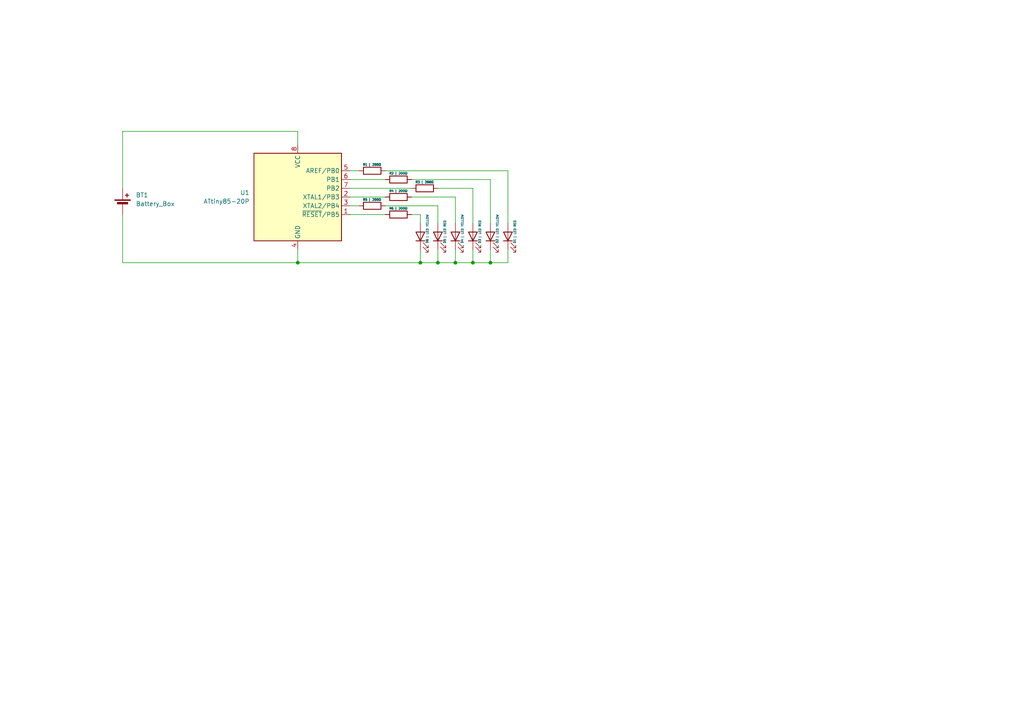
<source format=kicad_sch>
(kicad_sch (version 20250114) (generator "eeschema") (generator_version "9.0")
  (paper "A4")
  (lib_symbols
    (symbol "Device:Battery_Cell" (pin_numbers (hide yes)) (pin_names (offset 0) (hide yes))
      (property "Reference" "BT" (at 2.54 2.54 0))
      (property "Value" "Battery_Cell" (at 2.54 0 0))
      (symbol "Battery_Cell_0_1"
        (rectangle (start -2.286 1.778) (end 2.286 1.524) (fill (type outline)))
        (rectangle (start -1.524 1.016) (end 1.524 0.508) (fill (type outline)))
        (polyline (pts (xy 0 1.778) (xy 0 2.54)))
        (polyline (pts (xy 0 0.762) (xy 0 0)))
        (polyline (pts (xy 0.762 3.048) (xy 1.778 3.048)) (stroke (width 0.254)))
        (polyline (pts (xy 1.27 3.556) (xy 1.27 2.54)) (stroke (width 0.254)))
      )
      (symbol "Battery_Cell_1_1"
        (pin passive line (at 0 5.08 270) (length 2.54) (name "+") (number "1"))
        (pin passive line (at 0 -2.54 90) (length 2.54) (name "-") (number "2"))
      )
    )
    (symbol "Device:LED" (pin_numbers (hide yes)) (pin_names (offset 1.016) (hide yes))
      (property "Reference" "D" (at 0 2.54 0))
      (property "Value" "LED" (at 0 -2.54 0))
      (symbol "LED_0_1"
        (polyline (pts (xy -3.048 -0.762) (xy -4.572 -2.286) (xy -3.81 -2.286) (xy -4.572 -2.286) (xy -4.572 -1.524)))
        (polyline (pts (xy -1.778 -0.762) (xy -3.302 -2.286) (xy -2.54 -2.286) (xy -3.302 -2.286) (xy -3.302 -1.524)))
        (polyline (pts (xy -1.27 0) (xy 1.27 0)))
        (polyline (pts (xy -1.27 -1.27) (xy -1.27 1.27)) (stroke (width 0.254)))
        (polyline (pts (xy 1.27 -1.27) (xy 1.27 1.27) (xy -1.27 0) (xy 1.27 -1.27)) (stroke (width 0.254)))
      )
      (symbol "LED_1_1"
        (pin passive line (at -3.81 0 0) (length 2.54) (name "K") (number "1"))
        (pin passive line (at 3.81 0 180) (length 2.54) (name "A") (number "2"))
      )
    )
    (symbol "Device:R" (pin_numbers (hide yes)) (pin_names (offset 0))
      (property "Reference" "R" (at 2.032 0 90))
      (property "Value" "R" (at 0 0 90))
      (symbol "R_0_1"
        (rectangle (start -1.016 -2.54) (end 1.016 2.54) (stroke (width 0.254)))
      )
      (symbol "R_1_1"
        (pin passive line (at 0 3.81 270) (length 1.27) (name "~") (number "1"))
        (pin passive line (at 0 -3.81 90) (length 1.27) (name "~") (number "2"))
      )
    )
    (symbol "MCU_Microchip_ATtiny:ATtiny85-20P"
      (property "Reference" "U" (at -12.7 13.97 0))
      (property "Value" "ATtiny85-20P" (at 2.54 -13.97 0))
      (symbol "ATtiny85-20P_0_1"
        (rectangle (start -12.7 -12.7) (end 12.7 12.7) (stroke (width 0.254)) (fill (type background)))
      )
      (symbol "ATtiny85-20P_1_1"
        (pin power_in line (at 0 15.24 270) (length 2.54) (name "VCC") (number "8"))
        (pin power_in line (at 0 -15.24 90) (length 2.54) (name "GND") (number "4"))
        (pin bidirectional line (at 15.24 7.62 180) (length 2.54) (name "AREF/PB0") (number "5"))
        (pin bidirectional line (at 15.24 5.08 180) (length 2.54) (name "PB1") (number "6"))
        (pin bidirectional line (at 15.24 2.54 180) (length 2.54) (name "PB2") (number "7"))
        (pin bidirectional line (at 15.24 0 180) (length 2.54) (name "XTAL1/PB3") (number "2"))
        (pin bidirectional line (at 15.24 -2.54 180) (length 2.54) (name "XTAL2/PB4") (number "3"))
        (pin bidirectional line (at 15.24 -5.08 180) (length 2.54) (name "~{RESET}/PB5") (number "1"))
      )
    )
  )
  (junction (at 86.36 76.2))
  (junction (at 121.92 76.2))
  (junction (at 142.24 76.2))
  (junction (at 127 76.2))
  (junction (at 137.16 76.2))
  (junction (at 132.08 76.2))
  (wire (pts (xy 127 76.2) (xy 121.92 76.2)))
  (wire (pts (xy 119.38 57.15) (xy 132.08 57.15)))
  (wire (pts (xy 86.36 72.39) (xy 86.36 76.2)))
  (wire (pts (xy 132.08 72.39) (xy 132.08 76.2)))
  (wire (pts (xy 147.32 72.39) (xy 147.32 76.2)))
  (wire (pts (xy 147.32 49.53) (xy 147.32 64.77)))
  (wire (pts (xy 101.6 57.15) (xy 111.76 57.15)))
  (wire (pts (xy 111.76 49.53) (xy 147.32 49.53)))
  (wire (pts (xy 101.6 62.23) (xy 111.76 62.23)))
  (wire (pts (xy 101.6 52.07) (xy 111.76 52.07)))
  (wire (pts (xy 111.76 59.69) (xy 127 59.69)))
  (wire (pts (xy 142.24 76.2) (xy 137.16 76.2)))
  (wire (pts (xy 121.92 72.39) (xy 121.92 76.2)))
  (wire (pts (xy 127 54.61) (xy 137.16 54.61)))
  (wire (pts (xy 147.32 76.2) (xy 142.24 76.2)))
  (wire (pts (xy 86.36 38.1) (xy 86.36 41.91)))
  (wire (pts (xy 101.6 54.61) (xy 119.38 54.61)))
  (wire (pts (xy 137.16 76.2) (xy 132.08 76.2)))
  (wire (pts (xy 132.08 57.15) (xy 132.08 64.77)))
  (wire (pts (xy 127 59.69) (xy 127 64.77)))
  (wire (pts (xy 121.92 76.2) (xy 86.36 76.2)))
  (wire (pts (xy 35.56 38.1) (xy 86.36 38.1)))
  (wire (pts (xy 121.92 62.23) (xy 121.92 64.77)))
  (wire (pts (xy 137.16 72.39) (xy 137.16 76.2)))
  (wire (pts (xy 119.38 62.23) (xy 121.92 62.23)))
  (wire (pts (xy 35.56 62.23) (xy 35.56 76.2)))
  (wire (pts (xy 132.08 76.2) (xy 127 76.2)))
  (wire (pts (xy 35.56 54.61) (xy 35.56 38.1)))
  (wire (pts (xy 137.16 54.61) (xy 137.16 64.77)))
  (wire (pts (xy 101.6 59.69) (xy 104.14 59.69)))
  (wire (pts (xy 127 72.39) (xy 127 76.2)))
  (wire (pts (xy 35.56 76.2) (xy 86.36 76.2)))
  (wire (pts (xy 142.24 52.07) (xy 142.24 64.77)))
  (wire (pts (xy 101.6 49.53) (xy 104.14 49.53)))
  (wire (pts (xy 142.24 72.39) (xy 142.24 76.2)))
  (wire (pts (xy 119.38 52.07) (xy 142.24 52.07)))
  (symbol (lib_id "MCU_Microchip_ATtiny:ATtiny85-20P") (at 86.36 57.15 0) (unit 1)
    (property "Reference" "U1" (at 72.39 55.8799 0) (effects (justify right)))
    (property "Value" "ATtiny85-20P" (at 72.39 58.4199 0) (effects (justify right)))
    (property "Footprint" "Package_DIP:DIP-8_W7.62mm" (effects (hide yes)))
    (property "Datasheet" "http://ww1.microchip.com/downloads/en/DeviceDoc/atmel-2586-avr-8-bit-microcontroller-attiny25-attiny45-attiny85_datasheet.pdf" (effects (hide yes)))
    (property "Description" "20MHz, 8kB Flash, 512B SRAM, 512B EEPROM, debugWIRE, DIP-8" (effects (hide yes)))
  )
  (symbol (lib_id "Device:LED") (at 137.16 68.58 90) (unit 1)
    (property "Reference" "D3" (at 139.1285 70.612 0) (effects (font (size 0.635 0.635)) (justify left)))
    (property "Value" "| LED RED" (at 139.192 69.088 0) (effects (font (size 0.635 0.635)) (justify left)))
    (property "Footprint" "LED_THT:LED_D3.0mm" (effects (hide yes)))
    (property "Description" "Light emitting diode" (effects (hide yes)))
    (property "Sim.Pins" "1=K 2=A" (effects (hide yes)))
  )
  (symbol (lib_id "Device:LED") (at 121.92 68.58 90) (unit 1)
    (property "Reference" "D6" (at 123.8885 70.612 0) (effects (font (size 0.635 0.635)) (justify left)))
    (property "Value" "| LED YELLOW" (at 123.952 69.088 0) (effects (font (size 0.635 0.635)) (justify left)))
    (property "Footprint" "LED_THT:LED_D3.0mm" (effects (hide yes)))
    (property "Description" "Light emitting diode" (effects (hide yes)))
    (property "Sim.Pins" "1=K 2=A" (effects (hide yes)))
  )
  (symbol (lib_id "Device:LED") (at 142.24 68.58 90) (unit 1)
    (property "Reference" "D2" (at 144.2085 70.612 0) (effects (font (size 0.635 0.635)) (justify left)))
    (property "Value" "| LED YELLOW" (at 144.272 69.088 0) (effects (font (size 0.635 0.635)) (justify left)))
    (property "Footprint" "LED_THT:LED_D3.0mm" (effects (hide yes)))
    (property "Description" "Light emitting diode" (effects (hide yes)))
    (property "Sim.Pins" "1=K 2=A" (effects (hide yes)))
  )
  (symbol (lib_id "Device:Battery_Cell") (at 35.56 59.69 0) (unit 1)
    (property "Reference" "BT1" (at 39.37 56.5784 0) (effects (justify left)))
    (property "Value" "Battery_Box" (at 39.37 59.1184 0) (effects (justify left)))
    (property "Footprint" "Connector_PinHeader_2.54mm:PinHeader_1x02_P2.54mm_Vertical" (effects (hide yes)))
    (property "Description" "Single-cell battery" (effects (hide yes)))
    (property "Sim.Library" "./" (effects (hide yes)))
    (property "Sim.Name" "<unknown>" (effects (hide yes)))
  )
  (symbol (lib_id "Device:R") (at 115.57 62.23 90) (unit 1)
    (property "Reference" "R6" (at 113.538 60.452 90) (effects (font (size 0.635 0.635))))
    (property "Value" "| 200Ω" (at 116.332 60.452 90) (effects (font (size 0.635 0.635))))
    (property "Footprint" "Resistor_THT:R_Axial_DIN0207_L6.3mm_D2.5mm_P7.62mm_Horizontal" (effects (hide yes)))
    (property "Description" "Resistor" (effects (hide yes)))
  )
  (symbol (lib_id "Device:LED") (at 127 68.58 90) (unit 1)
    (property "Reference" "D5" (at 128.9685 70.612 0) (effects (font (size 0.635 0.635)) (justify left)))
    (property "Value" "| LED RED" (at 129.032 69.088 0) (effects (font (size 0.635 0.635)) (justify left)))
    (property "Footprint" "LED_THT:LED_D3.0mm" (effects (hide yes)))
    (property "Description" "Light emitting diode" (effects (hide yes)))
    (property "Sim.Pins" "1=K 2=A" (effects (hide yes)))
  )
  (symbol (lib_id "Device:R") (at 115.57 57.15 90) (unit 1)
    (property "Reference" "R4" (at 113.538 55.372 90) (effects (font (size 0.635 0.635))))
    (property "Value" "| 200Ω" (at 116.332 55.372 90) (effects (font (size 0.635 0.635))))
    (property "Footprint" "Resistor_THT:R_Axial_DIN0207_L6.3mm_D2.5mm_P7.62mm_Horizontal" (effects (hide yes)))
    (property "Description" "Resistor" (effects (hide yes)))
  )
  (symbol (lib_id "Device:R") (at 115.57 52.07 90) (unit 1)
    (property "Reference" "R2" (at 113.538 50.292 90) (effects (font (size 0.635 0.635))))
    (property "Value" "| 200Ω" (at 116.332 50.292 90) (effects (font (size 0.635 0.635))))
    (property "Footprint" "Resistor_THT:R_Axial_DIN0207_L6.3mm_D2.5mm_P7.62mm_Horizontal" (effects (hide yes)))
    (property "Description" "Resistor" (effects (hide yes)))
  )
  (symbol (lib_id "Device:LED") (at 147.32 68.58 90) (unit 1)
    (property "Reference" "D1" (at 149.2885 70.612 0) (effects (font (size 0.635 0.635)) (justify left)))
    (property "Value" "| LED RED" (at 149.352 69.088 0) (effects (font (size 0.635 0.635)) (justify left)))
    (property "Footprint" "LED_THT:LED_D3.0mm" (effects (hide yes)))
    (property "Description" "Light emitting diode" (effects (hide yes)))
    (property "Sim.Pins" "1=K 2=A" (effects (hide yes)))
  )
  (symbol (lib_id "Device:R") (at 123.19 54.61 90) (unit 1)
    (property "Reference" "R3" (at 121.158 52.832 90) (effects (font (size 0.635 0.635))))
    (property "Value" "| 200Ω" (at 123.952 52.832 90) (effects (font (size 0.635 0.635))))
    (property "Footprint" "Resistor_THT:R_Axial_DIN0207_L6.3mm_D2.5mm_P7.62mm_Horizontal" (effects (hide yes)))
    (property "Description" "Resistor" (effects (hide yes)))
  )
  (symbol (lib_id "Device:R") (at 107.95 49.53 90) (unit 1)
    (property "Reference" "R1" (at 105.918 47.752 90) (effects (font (size 0.635 0.635))))
    (property "Value" "| 200Ω" (at 108.712 47.752 90) (effects (font (size 0.635 0.635))))
    (property "Footprint" "Resistor_THT:R_Axial_DIN0207_L6.3mm_D2.5mm_P7.62mm_Horizontal" (effects (hide yes)))
    (property "Description" "Resistor" (effects (hide yes)))
  )
  (symbol (lib_id "Device:LED") (at 132.08 68.58 90) (unit 1)
    (property "Reference" "D4" (at 134.0485 70.612 0) (effects (font (size 0.635 0.635)) (justify left)))
    (property "Value" "| LED YELLOW" (at 134.112 69.088 0) (effects (font (size 0.635 0.635)) (justify left)))
    (property "Footprint" "LED_THT:LED_D3.0mm" (effects (hide yes)))
    (property "Description" "Light emitting diode" (effects (hide yes)))
    (property "Sim.Pins" "1=K 2=A" (effects (hide yes)))
  )
  (symbol (lib_id "Device:R") (at 107.95 59.69 90) (unit 1)
    (property "Reference" "R5" (at 105.918 57.912 90) (effects (font (size 0.635 0.635))))
    (property "Value" "| 200Ω" (at 108.712 57.912 90) (effects (font (size 0.635 0.635))))
    (property "Footprint" "Resistor_THT:R_Axial_DIN0207_L6.3mm_D2.5mm_P7.62mm_Horizontal" (effects (hide yes)))
    (property "Description" "Resistor" (effects (hide yes)))
  )
)
</source>
